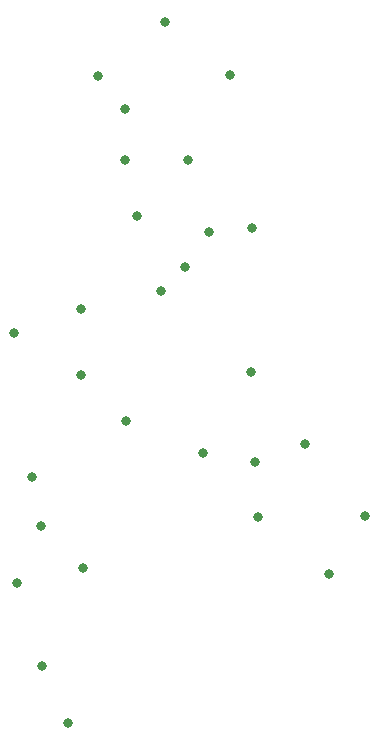
<source format=gbr>
%TF.GenerationSoftware,Altium Limited,Altium Designer,21.2.1 (34)*%
G04 Layer_Color=0*
%FSLAX25Y25*%
%MOIN*%
%TF.SameCoordinates,D4E26BF7-8A77-4173-AB59-83025396DDF1*%
%TF.FilePolarity,Positive*%
%TF.FileFunction,Plated,1,2,PTH,Drill*%
%TF.Part,Single*%
G01*
G75*
%TA.AperFunction,ViaDrill,NotFilled*%
%ADD17C,0.03150*%
D17*
X133500Y238500D02*
D03*
X191500Y296000D02*
D03*
X198500Y272000D02*
D03*
X214000Y195500D02*
D03*
X142500Y174000D02*
D03*
X143000Y127500D02*
D03*
X215000Y177000D02*
D03*
X139500Y190500D02*
D03*
X134500Y155000D02*
D03*
X182500Y252500D02*
D03*
X190500Y260500D02*
D03*
X174500Y277500D02*
D03*
X205500Y324500D02*
D03*
X161500Y324000D02*
D03*
X184000Y342000D02*
D03*
X196500Y198500D02*
D03*
X171000Y209000D02*
D03*
X212500Y225500D02*
D03*
X230500Y201500D02*
D03*
X151500Y108500D02*
D03*
X250500Y177500D02*
D03*
X238500Y158000D02*
D03*
X156500Y160000D02*
D03*
X156000Y224500D02*
D03*
Y246500D02*
D03*
X213000Y273500D02*
D03*
X170500Y296000D02*
D03*
Y313000D02*
D03*
%TF.MD5,694ce2f5637dd68a8b55bc7780ed2daa*%
M02*

</source>
